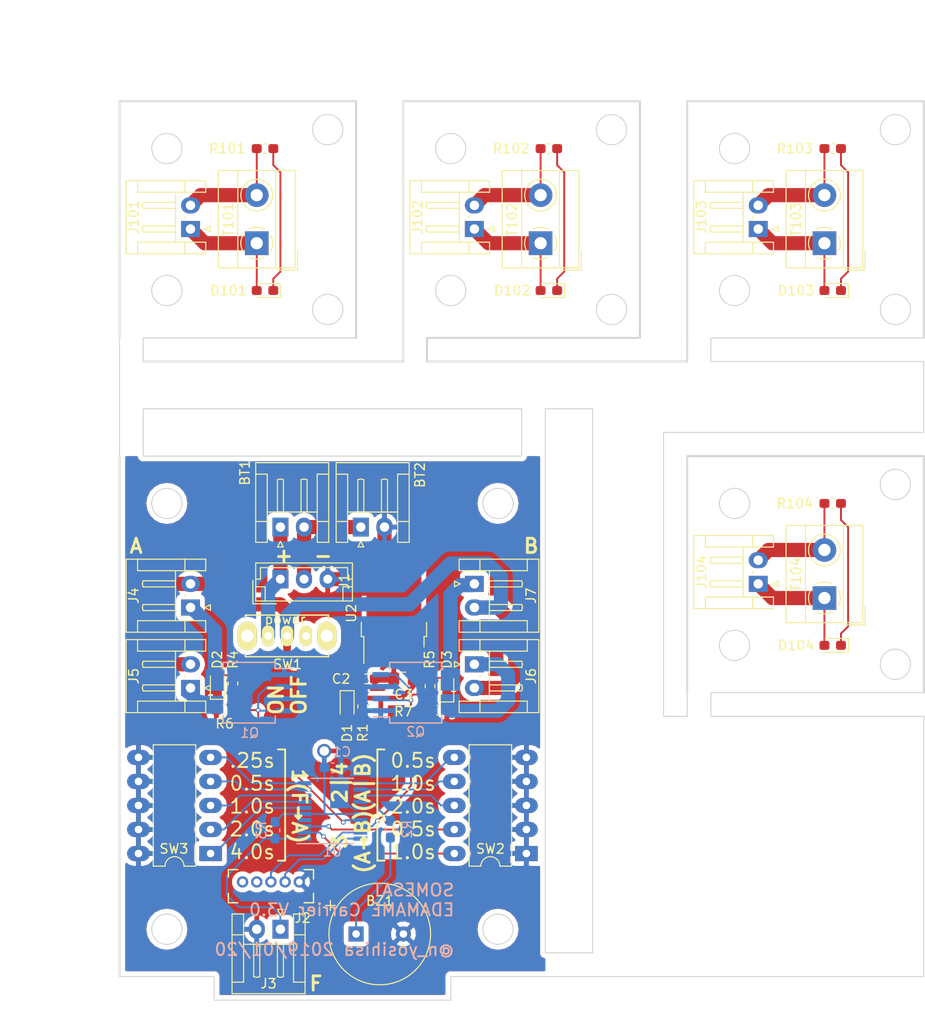
<source format=kicad_pcb>
(kicad_pcb (version 20171130) (host pcbnew "(5.0.0)")
  (layers (0 F.Cu signal) (31 B.Cu signal) (36 B.SilkS user) (37 F.SilkS user) (38 B.Mask user) (39 F.Mask user) (44 Edge.Cuts user))
  (net 0 "")
  (net 1 /SWCLK)
  (net 2 /SWDIO)
  (net 3 GND)
  (net 4 +3V3)
  (net 5 +BATT)
  (net 6 "Net-(D1-Pad2)")
  (net 7 "Net-(BT1-Pad1)")
  (net 8 "Net-(D3-Pad2)")
  (net 9 "Net-(D2-Pad2)")
  (net 10 /PWM1)
  (net 11 /PWM0)
  (net 12 "Net-(BZ1-Pad1)")
  (net 13 /Buzzer)
  (net 14 /Flight_SW)
  (net 15 /Delay2_1s)
  (net 16 /Delay2_0.5s)
  (net 17 "Net-(U1-Pad4)")
  (net 18 /Delay0_4s)
  (net 19 /Delay0_2s)
  (net 20 /Delay0_1s)
  (net 21 /Delay0_0.5s)
  (net 22 /Delay0_0.25s)
  (net 23 /Delay1_0.5s)
  (net 24 /Delay1_1s)
  (net 25 /Delay1_2s)
  (net 26 "Net-(J4-Pad1)")
  (net 27 "Net-(J5-Pad1)")
  (net 28 "Net-(J6-Pad1)")
  (net 29 "Net-(BT1-Pad2)")
  (net 30 "Net-(D104-Pad2)")
  (net 31 "Net-(J104-Pad2)")
  (net 32 "Net-(J103-Pad2)")
  (net 33 "Net-(D103-Pad2)")
  (net 34 "Net-(D102-Pad2)")
  (net 35 "Net-(J102-Pad2)")
  (net 36 "Net-(J101-Pad2)")
  (net 37 "Net-(D101-Pad2)")
  (net 38 "Net-(D102-Pad1)")
  (net 39 "Net-(D104-Pad1)")
  (net 40 "Net-(D103-Pad1)")
  (net 41 "Net-(D101-Pad1)")
  (net 42 "Net-(J2-Pad1)")
  (net 43 "Net-(J2-Pad2)")
  (net 44 "Net-(J7-Pad1)")
  (module LED_SMD:LED_0603_1608Metric_Pad1.05x0.95mm_HandSolder (layer F.Cu) (at 127.875 104 180)
    (fp_text reference D104 (at 3.875 0 180) (layer F.SilkS))
    (fp_text value LED_Small)
    (pad 2 smd roundrect (at 0.875 0 180) (size 1.05 0.95) (layers F.Cu F.Paste F.Mask) (net 30 "Net-(D104-Pad2)"))
    (pad 1 smd roundrect (at -0.875 0 180) (size 1.05 0.95) (layers F.Cu F.Paste F.Mask) (net 39 "Net-(D104-Pad1)"))
  )
  (module Connector_JST:JST_EH_S02B-EH_1x02_P2.50mm_Horizontal (layer F.Cu) (at 120 97.5 90)
    (fp_text reference J104 (at 1.25 -6 90) (layer F.SilkS))
    (fp_text value Nichrome4)
    (pad 1 thru_hole rect (at 0 0 90) (size 1.7 2) (drill 1) (layers *.Cu *.Mask) (net 30 "Net-(D104-Pad2)"))
    (pad 2 thru_hole oval (at 2.5 0 90) (size 1.7 2) (drill 1) (layers *.Cu *.Mask) (net 31 "Net-(J104-Pad2)"))
  )
  (module Resistor_SMD:R_0603_1608Metric_Pad1.05x0.95mm_HandSolder (layer F.Cu) (at 127.875 89)
    (fp_text reference R104 (at -4 0) (layer F.SilkS))
    (fp_text value 1k)
    (pad 2 smd roundrect (at 0.875 0) (size 1.05 0.95) (layers F.Cu F.Paste F.Mask) (net 39 "Net-(D104-Pad1)"))
    (pad 1 smd roundrect (at -0.875 0) (size 1.05 0.95) (layers F.Cu F.Paste F.Mask) (net 31 "Net-(J104-Pad2)"))
  )
  (module TerminalBlock_MetzConnect:TerminalBlock_MetzConnect_Type101_RT01602HBWC_1x02_P5.08mm_Horizontal (layer F.Cu) (at 127 99 90)
    (fp_text reference T104 (at 2.5 -3 90) (layer F.SilkS))
    (fp_text value Nichrome4)
    (pad 2 thru_hole circle (at 5.08 0 90) (size 2.5 2.5) (drill 1.3) (layers *.Cu *.Mask) (net 31 "Net-(J104-Pad2)"))
    (pad 1 thru_hole rect (at 0 0 90) (size 2.5 2.5) (drill 1.3) (layers *.Cu *.Mask) (net 30 "Net-(D104-Pad2)"))
  )
  (module Connector_JST:JST_EH_S02B-EH_1x02_P2.50mm_Horizontal (layer F.Cu) (at 120 60 90)
    (fp_text reference J103 (at 1.25 -6 90) (layer F.SilkS))
    (fp_text value Nichrome3)
    (pad 2 thru_hole oval (at 2.5 0 90) (size 1.7 2) (drill 1) (layers *.Cu *.Mask) (net 32 "Net-(J103-Pad2)"))
    (pad 1 thru_hole rect (at 0 0 90) (size 1.7 2) (drill 1) (layers *.Cu *.Mask) (net 33 "Net-(D103-Pad2)"))
  )
  (module Resistor_SMD:R_0603_1608Metric_Pad1.05x0.95mm_HandSolder (layer F.Cu) (at 127.875 51.5)
    (fp_text reference R103 (at -4 0) (layer F.SilkS))
    (fp_text value 1k)
    (pad 1 smd roundrect (at -0.875 0) (size 1.05 0.95) (layers F.Cu F.Paste F.Mask) (net 32 "Net-(J103-Pad2)"))
    (pad 2 smd roundrect (at 0.875 0) (size 1.05 0.95) (layers F.Cu F.Paste F.Mask) (net 40 "Net-(D103-Pad1)"))
  )
  (module LED_SMD:LED_0603_1608Metric_Pad1.05x0.95mm_HandSolder (layer F.Cu) (at 127.875 66.5 180)
    (fp_text reference D103 (at 3.875 0 180) (layer F.SilkS))
    (fp_text value LED_Small)
    (pad 1 smd roundrect (at -0.875 0 180) (size 1.05 0.95) (layers F.Cu F.Paste F.Mask) (net 40 "Net-(D103-Pad1)"))
    (pad 2 smd roundrect (at 0.875 0 180) (size 1.05 0.95) (layers F.Cu F.Paste F.Mask) (net 33 "Net-(D103-Pad2)"))
  )
  (module TerminalBlock_MetzConnect:TerminalBlock_MetzConnect_Type101_RT01602HBWC_1x02_P5.08mm_Horizontal (layer F.Cu) (at 127 61.5 90)
    (fp_text reference T103 (at 2.5 -3 90) (layer F.SilkS))
    (fp_text value Nichrome3)
    (pad 1 thru_hole rect (at 0 0 90) (size 2.5 2.5) (drill 1.3) (layers *.Cu *.Mask) (net 33 "Net-(D103-Pad2)"))
    (pad 2 thru_hole circle (at 5.08 0 90) (size 2.5 2.5) (drill 1.3) (layers *.Cu *.Mask) (net 32 "Net-(J103-Pad2)"))
  )
  (module Connector_JST:JST_EH_S02B-EH_1x02_P2.50mm_Horizontal (layer F.Cu) (at 90 60 90)
    (fp_text reference J102 (at 1.25 -6 90) (layer F.SilkS))
    (fp_text value Nichrome2)
    (pad 2 thru_hole oval (at 2.5 0 90) (size 1.7 2) (drill 1) (layers *.Cu *.Mask) (net 35 "Net-(J102-Pad2)"))
    (pad 1 thru_hole rect (at 0 0 90) (size 1.7 2) (drill 1) (layers *.Cu *.Mask) (net 34 "Net-(D102-Pad2)"))
  )
  (module Resistor_SMD:R_0603_1608Metric_Pad1.05x0.95mm_HandSolder (layer F.Cu) (at 97.875 51.5)
    (fp_text reference R102 (at -4 0) (layer F.SilkS))
    (fp_text value 1k)
    (pad 1 smd roundrect (at -0.875 0) (size 1.05 0.95) (layers F.Cu F.Paste F.Mask) (net 35 "Net-(J102-Pad2)"))
    (pad 2 smd roundrect (at 0.875 0) (size 1.05 0.95) (layers F.Cu F.Paste F.Mask) (net 38 "Net-(D102-Pad1)"))
  )
  (module LED_SMD:LED_0603_1608Metric_Pad1.05x0.95mm_HandSolder (layer F.Cu) (at 97.875 66.5 180)
    (fp_text reference D102 (at 3.875 0 180) (layer F.SilkS))
    (fp_text value LED_Small)
    (pad 1 smd roundrect (at -0.875 0 180) (size 1.05 0.95) (layers F.Cu F.Paste F.Mask) (net 38 "Net-(D102-Pad1)"))
    (pad 2 smd roundrect (at 0.875 0 180) (size 1.05 0.95) (layers F.Cu F.Paste F.Mask) (net 34 "Net-(D102-Pad2)"))
  )
  (module TerminalBlock_MetzConnect:TerminalBlock_MetzConnect_Type101_RT01602HBWC_1x02_P5.08mm_Horizontal (layer F.Cu) (at 97 61.5 90)
    (fp_text reference T102 (at 2.5 -3 90) (layer F.SilkS))
    (fp_text value Nichrome2)
    (pad 1 thru_hole rect (at 0 0 90) (size 2.5 2.5) (drill 1.3) (layers *.Cu *.Mask) (net 34 "Net-(D102-Pad2)"))
    (pad 2 thru_hole circle (at 5.08 0 90) (size 2.5 2.5) (drill 1.3) (layers *.Cu *.Mask) (net 35 "Net-(J102-Pad2)"))
  )
  (module Connector_JST:JST_EH_S02B-EH_1x02_P2.50mm_Horizontal (layer F.Cu) (at 60 60 90)
    (fp_text reference J101 (at 1.25 -6 90) (layer F.SilkS))
    (fp_text value Nichrome1)
    (pad 1 thru_hole rect (at 0 0 90) (size 1.7 2) (drill 1) (layers *.Cu *.Mask) (net 37 "Net-(D101-Pad2)"))
    (pad 2 thru_hole oval (at 2.5 0 90) (size 1.7 2) (drill 1) (layers *.Cu *.Mask) (net 36 "Net-(J101-Pad2)"))
  )
  (module LED_SMD:LED_0603_1608Metric_Pad1.05x0.95mm_HandSolder (layer F.Cu) (at 67.875 66.5 180)
    (fp_text reference D101 (at 3.875 0 180) (layer F.SilkS))
    (fp_text value LED_Small)
    (pad 2 smd roundrect (at 0.875 0 180) (size 1.05 0.95) (layers F.Cu F.Paste F.Mask) (net 37 "Net-(D101-Pad2)"))
    (pad 1 smd roundrect (at -0.875 0 180) (size 1.05 0.95) (layers F.Cu F.Paste F.Mask) (net 41 "Net-(D101-Pad1)"))
  )
  (module Resistor_SMD:R_0603_1608Metric_Pad1.05x0.95mm_HandSolder (layer F.Cu) (at 67.875 51.5)
    (fp_text reference R101 (at -4 0) (layer F.SilkS))
    (fp_text value 1k)
    (pad 2 smd roundrect (at 0.875 0) (size 1.05 0.95) (layers F.Cu F.Paste F.Mask) (net 41 "Net-(D101-Pad1)"))
    (pad 1 smd roundrect (at -0.875 0) (size 1.05 0.95) (layers F.Cu F.Paste F.Mask) (net 36 "Net-(J101-Pad2)"))
  )
  (module TerminalBlock_MetzConnect:TerminalBlock_MetzConnect_Type101_RT01602HBWC_1x02_P5.08mm_Horizontal (layer F.Cu) (at 67 61.5 90)
    (fp_text reference T101 (at 2.5 -3 90) (layer F.SilkS))
    (fp_text value Nichrome1)
    (pad 2 thru_hole circle (at 5.08 0 90) (size 2.5 2.5) (drill 1.3) (layers *.Cu *.Mask) (net 36 "Net-(J101-Pad2)"))
    (pad 1 thru_hole rect (at 0 0 90) (size 2.5 2.5) (drill 1.3) (layers *.Cu *.Mask) (net 37 "Net-(D101-Pad2)"))
  )
  (module Resistor_SMD:R_0603_1608Metric_Pad1.05x0.95mm_HandSolder (layer B.Cu) (at 68.93 123.544 270)
    (fp_text reference R3 (at 0 1.43 270) (layer B.SilkS) (effects (justify mirror)))
    (fp_text value 1k)
    (pad 1 smd roundrect (at -0.875 0 270) (size 1.05 0.95) (layers B.Cu B.Paste B.Mask) (net 4 +3V3))
    (pad 2 smd roundrect (at 0.875 0 270) (size 1.05 0.95) (layers B.Cu B.Paste B.Mask) (net 14 /Flight_SW))
  )
  (module Capacitor_SMD:C_0603_1608Metric_Pad1.05x0.95mm_HandSolder (layer B.Cu) (at 75.026 116.94)
    (fp_text reference C1 (at 0.974 -1.69) (layer B.SilkS) (effects (justify mirror)))
    (fp_text value 0.1u)
    (pad 1 smd roundrect (at -0.875 0) (size 1.05 0.95) (layers B.Cu B.Paste B.Mask) (net 4 +3V3))
    (pad 2 smd roundrect (at 0.875 0) (size 1.05 0.95) (layers B.Cu B.Paste B.Mask) (net 3 GND))
  )
  (module user:STlink (layer F.Cu) (at 65.5 129)
    (fp_text reference J2 (at 6.35 3.81) (layer F.SilkS))
    (fp_text value Debug)
    (pad 1 thru_hole circle (at 0 0) (size 1.2 1.2) (drill 0.7) (layers *.Cu *.Mask) (net 42 "Net-(J2-Pad1)"))
    (pad 2 thru_hole circle (at 1.5 0) (size 1.2 1.2) (drill 0.7) (layers *.Cu *.Mask) (net 43 "Net-(J2-Pad2)"))
    (pad 3 thru_hole circle (at 3 0) (size 1.2 1.2) (drill 0.7) (layers *.Cu *.Mask) (net 1 /SWCLK))
    (pad 4 thru_hole circle (at 4.5 0) (size 1.2 1.2) (drill 0.7) (layers *.Cu *.Mask) (net 2 /SWDIO))
    (pad 5 thru_hole circle (at 6 0) (size 1.2 1.2) (drill 0.7) (layers *.Cu *.Mask) (net 3 GND))
  )
  (module Capacitor_SMD:C_0603_1608Metric_Pad1.05x0.95mm_HandSolder (layer F.Cu) (at 78.596 107.542)
    (fp_text reference C2 (at -2.681 0) (layer F.SilkS))
    (fp_text value 0.1u)
    (pad 1 smd roundrect (at -0.875 0) (size 1.05 0.95) (layers F.Cu F.Paste F.Mask) (net 5 +BATT))
    (pad 2 smd roundrect (at 0.875 0) (size 1.05 0.95) (layers F.Cu F.Paste F.Mask) (net 3 GND))
  )
  (module Capacitor_SMD:C_0805_2012Metric_Pad1.15x1.40mm_HandSolder (layer F.Cu) (at 82.51 107.542 180)
    (fp_text reference C3 (at -0.009 -1.651 180) (layer F.SilkS))
    (fp_text value 10u)
    (pad 1 smd roundrect (at -1.025 0 180) (size 1.15 1.4) (layers F.Cu F.Paste F.Mask) (roundrect_rratio 0.217391) (net 4 +3V3))
    (pad 2 smd roundrect (at 1.025 0 180) (size 1.15 1.4) (layers F.Cu F.Paste F.Mask) (roundrect_rratio 0.217391) (net 3 GND))
  )
  (module Capacitor_THT:CP_Radial_Tantal_D10.5mm_P5.00mm (layer F.Cu) (at 77.5 134.5)
    (fp_text reference BZ1 (at 2.5 -3.5) (layer F.SilkS))
    (fp_text value Buzzer)
    (pad 2 thru_hole circle (at 5 0) (size 1.6 1.6) (drill 0.8) (layers *.Cu *.Mask) (net 3 GND))
    (pad 1 thru_hole rect (at 0 0) (size 1.6 1.6) (drill 0.8) (layers *.Cu *.Mask) (net 12 "Net-(BZ1-Pad1)"))
  )
  (module Connector_JST:JST_EH_B03B-EH-A_1x03_P2.50mm_Vertical (layer F.Cu) (at 69.5 97)
    (fp_text reference J1 (at 6.75 0.25 90) (layer F.SilkS))
    (fp_text value Charge)
    (pad 1 thru_hole rect (at 0 0) (size 1.7 1.95) (drill 0.95) (layers *.Cu *.Mask) (net 7 "Net-(BT1-Pad1)"))
    (pad 2 thru_hole oval (at 2.5 0) (size 1.7 1.95) (drill 0.95) (layers *.Cu *.Mask) (net 29 "Net-(BT1-Pad2)"))
    (pad 3 thru_hole oval (at 5 0) (size 1.7 1.95) (drill 0.95) (layers *.Cu *.Mask) (net 3 GND))
  )
  (module Connector_JST:JST_EH_S02B-EH_1x02_P2.50mm_Horizontal (layer F.Cu) (at 90 106 270)
    (fp_text reference J6 (at 1.25 -6 270) (layer F.SilkS))
    (fp_text value Nichrome3)
    (pad 2 thru_hole oval (at 2.5 0 270) (size 1.7 2) (drill 1) (layers *.Cu *.Mask) (net 5 +BATT))
    (pad 1 thru_hole rect (at 0 0 270) (size 1.7 2) (drill 1) (layers *.Cu *.Mask) (net 28 "Net-(J6-Pad1)"))
  )
  (module Connector_JST:JST_EH_S02B-EH_1x02_P2.50mm_Horizontal (layer F.Cu) (at 78 91.5)
    (fp_text reference BT2 (at 6.25 -5.5 90) (layer F.SilkS))
    (fp_text value Li-Po)
    (pad 2 thru_hole oval (at 2.5 0) (size 1.7 2) (drill 1) (layers *.Cu *.Mask) (net 3 GND))
    (pad 1 thru_hole rect (at 0 0) (size 1.7 2) (drill 1) (layers *.Cu *.Mask) (net 29 "Net-(BT1-Pad2)"))
  )
  (module Connector_JST:JST_EH_S02B-EH_1x02_P2.50mm_Horizontal (layer F.Cu) (at 69.5 134 180)
    (fp_text reference J3 (at 1.25 -5.75 180) (layer F.SilkS))
    (fp_text value flightpin)
    (pad 1 thru_hole rect (at 0 0 180) (size 1.7 2) (drill 1) (layers *.Cu *.Mask) (net 14 /Flight_SW))
    (pad 2 thru_hole oval (at 2.5 0 180) (size 1.7 2) (drill 1) (layers *.Cu *.Mask) (net 3 GND))
  )
  (module Connector_JST:JST_EH_S02B-EH_1x02_P2.50mm_Horizontal (layer F.Cu) (at 60 100 90)
    (fp_text reference J4 (at 1.25 -6 90) (layer F.SilkS))
    (fp_text value Nichrome1)
    (pad 2 thru_hole oval (at 2.5 0 90) (size 1.7 2) (drill 1) (layers *.Cu *.Mask) (net 5 +BATT))
    (pad 1 thru_hole rect (at 0 0 90) (size 1.7 2) (drill 1) (layers *.Cu *.Mask) (net 26 "Net-(J4-Pad1)"))
  )
  (module Connector_JST:JST_EH_S02B-EH_1x02_P2.50mm_Horizontal (layer F.Cu) (at 60 108.5 90)
    (fp_text reference J5 (at 1.25 -6 90) (layer F.SilkS))
    (fp_text value Nichrome2)
    (pad 1 thru_hole rect (at 0 0 90) (size 1.7 2) (drill 1) (layers *.Cu *.Mask) (net 27 "Net-(J5-Pad1)"))
    (pad 2 thru_hole oval (at 2.5 0 90) (size 1.7 2) (drill 1) (layers *.Cu *.Mask) (net 5 +BATT))
  )
  (module Connector_JST:JST_EH_S02B-EH_1x02_P2.50mm_Horizontal (layer F.Cu) (at 90 97.5 270)
    (fp_text reference J7 (at 1.25 -6 270) (layer F.SilkS))
    (fp_text value Nichrome4)
    (pad 1 thru_hole rect (at 0 0 270) (size 1.7 2) (drill 1) (layers *.Cu *.Mask) (net 44 "Net-(J7-Pad1)"))
    (pad 2 thru_hole oval (at 2.5 0 270) (size 1.7 2) (drill 1) (layers *.Cu *.Mask) (net 5 +BATT))
  )
  (module Connector_JST:JST_EH_S02B-EH_1x02_P2.50mm_Horizontal (layer F.Cu) (at 69.5 91.5)
    (fp_text reference BT1 (at -3.75 -5.75 90) (layer F.SilkS))
    (fp_text value Li-Po)
    (pad 1 thru_hole rect (at 0 0) (size 1.7 2) (drill 1) (layers *.Cu *.Mask) (net 7 "Net-(BT1-Pad1)"))
    (pad 2 thru_hole oval (at 2.5 0) (size 1.7 2) (drill 1) (layers *.Cu *.Mask) (net 29 "Net-(BT1-Pad2)"))
  )
  (module LED_SMD:LED_0603_1608Metric_Pad1.05x0.95mm_HandSolder (layer F.Cu) (at 76.55 110.449 270)
    (fp_text reference D1 (at 2.808 0 270) (layer F.SilkS))
    (fp_text value LED_Small)
    (pad 2 smd roundrect (at 0.875 0 270) (size 1.05 0.95) (layers F.Cu F.Paste F.Mask) (net 6 "Net-(D1-Pad2)"))
    (pad 1 smd roundrect (at -0.875 0 270) (size 1.05 0.95) (layers F.Cu F.Paste F.Mask) (net 3 GND))
  )
  (module LED_SMD:LED_0603_1608Metric_Pad1.05x0.95mm_HandSolder (layer F.Cu) (at 62.834 108.036 90)
    (fp_text reference D2 (at 2.526 0 90) (layer F.SilkS))
    (fp_text value LED_Small)
    (pad 1 smd roundrect (at -0.875 0 90) (size 1.05 0.95) (layers F.Cu F.Paste F.Mask) (net 3 GND))
    (pad 2 smd roundrect (at 0.875 0 90) (size 1.05 0.95) (layers F.Cu F.Paste F.Mask) (net 9 "Net-(D2-Pad2)"))
  )
  (module LED_SMD:LED_0603_1608Metric_Pad1.05x0.95mm_HandSolder (layer F.Cu) (at 87.091 108.318 90)
    (fp_text reference D3 (at 2.818 0 90) (layer F.SilkS))
    (fp_text value LED_Small)
    (pad 1 smd roundrect (at -0.875 0 90) (size 1.05 0.95) (layers F.Cu F.Paste F.Mask) (net 3 GND))
    (pad 2 smd roundrect (at 0.875 0 90) (size 1.05 0.95) (layers F.Cu F.Paste F.Mask) (net 8 "Net-(D3-Pad2)"))
  )
  (module Package_DIP:DIP-10_W7.62mm_LongPads (layer F.Cu) (at 62.12 126 180)
    (fp_text reference SW3 (at 3.87 0.5 180) (layer F.SilkS))
    (fp_text value Delay_0)
    (pad 10 thru_hole oval (at 7.62 0 180) (size 2.4 1.6) (drill 0.8) (layers *.Cu *.Mask) (net 3 GND))
    (pad 5 thru_hole oval (at 0 10.16 180) (size 2.4 1.6) (drill 0.8) (layers *.Cu *.Mask) (net 22 /Delay0_0.25s))
    (pad 9 thru_hole oval (at 7.62 2.54 180) (size 2.4 1.6) (drill 0.8) (layers *.Cu *.Mask) (net 3 GND))
    (pad 4 thru_hole oval (at 0 7.62 180) (size 2.4 1.6) (drill 0.8) (layers *.Cu *.Mask) (net 21 /Delay0_0.5s))
    (pad 8 thru_hole oval (at 7.62 5.08 180) (size 2.4 1.6) (drill 0.8) (layers *.Cu *.Mask) (net 3 GND))
    (pad 3 thru_hole oval (at 0 5.08 180) (size 2.4 1.6) (drill 0.8) (layers *.Cu *.Mask) (net 20 /Delay0_1s))
    (pad 7 thru_hole oval (at 7.62 7.62 180) (size 2.4 1.6) (drill 0.8) (layers *.Cu *.Mask) (net 3 GND))
    (pad 2 thru_hole oval (at 0 2.54 180) (size 2.4 1.6) (drill 0.8) (layers *.Cu *.Mask) (net 19 /Delay0_2s))
    (pad 6 thru_hole oval (at 7.62 10.16 180) (size 2.4 1.6) (drill 0.8) (layers *.Cu *.Mask) (net 3 GND))
    (pad 1 thru_hole rect (at 0 0 180) (size 2.4 1.6) (drill 0.8) (layers *.Cu *.Mask) (net 18 /Delay0_4s))
  )
  (module Package_DIP:DIP-10_W7.62mm_LongPads (layer F.Cu) (at 95.5 126 180)
    (fp_text reference SW2 (at 3.81 0.5 180) (layer F.SilkS))
    (fp_text value Delay_0)
    (pad 1 thru_hole rect (at 0 0 180) (size 2.4 1.6) (drill 0.8) (layers *.Cu *.Mask) (net 3 GND))
    (pad 6 thru_hole oval (at 7.62 10.16 180) (size 2.4 1.6) (drill 0.8) (layers *.Cu *.Mask) (net 23 /Delay1_0.5s))
    (pad 2 thru_hole oval (at 0 2.54 180) (size 2.4 1.6) (drill 0.8) (layers *.Cu *.Mask) (net 3 GND))
    (pad 7 thru_hole oval (at 7.62 7.62 180) (size 2.4 1.6) (drill 0.8) (layers *.Cu *.Mask) (net 24 /Delay1_1s))
    (pad 3 thru_hole oval (at 0 5.08 180) (size 2.4 1.6) (drill 0.8) (layers *.Cu *.Mask) (net 3 GND))
    (pad 8 thru_hole oval (at 7.62 5.08 180) (size 2.4 1.6) (drill 0.8) (layers *.Cu *.Mask) (net 25 /Delay1_2s))
    (pad 4 thru_hole oval (at 0 7.62 180) (size 2.4 1.6) (drill 0.8) (layers *.Cu *.Mask) (net 3 GND))
    (pad 9 thru_hole oval (at 7.62 2.54 180) (size 2.4 1.6) (drill 0.8) (layers *.Cu *.Mask) (net 16 /Delay2_0.5s))
    (pad 5 thru_hole oval (at 0 10.16 180) (size 2.4 1.6) (drill 0.8) (layers *.Cu *.Mask) (net 3 GND))
    (pad 10 thru_hole oval (at 7.62 0 180) (size 2.4 1.6) (drill 0.8) (layers *.Cu *.Mask) (net 15 /Delay2_1s))
  )
  (module Package_SO:SO-8_5.3x6.2mm_P1.27mm (layer B.Cu) (at 83.8 109)
    (fp_text reference Q2 (at 0 4.13) (layer B.SilkS) (effects (justify mirror)))
    (fp_text value NDS9936)
    (pad 8 smd rect (at 3.7 1.905) (size 1.75 0.55) (layers B.Cu B.Paste B.Mask) (net 28 "Net-(J6-Pad1)"))
    (pad 7 smd rect (at 3.7 0.635) (size 1.75 0.55) (layers B.Cu B.Paste B.Mask) (net 28 "Net-(J6-Pad1)"))
    (pad 6 smd rect (at 3.7 -0.635) (size 1.75 0.55) (layers B.Cu B.Paste B.Mask) (net 44 "Net-(J7-Pad1)"))
    (pad 5 smd rect (at 3.7 -1.905) (size 1.75 0.55) (layers B.Cu B.Paste B.Mask) (net 44 "Net-(J7-Pad1)"))
    (pad 4 smd rect (at -3.7 -1.905) (size 1.75 0.55) (layers B.Cu B.Paste B.Mask) (net 10 /PWM1))
    (pad 3 smd rect (at -3.7 -0.635) (size 1.75 0.55) (layers B.Cu B.Paste B.Mask) (net 3 GND))
    (pad 2 smd rect (at -3.7 0.635) (size 1.75 0.55) (layers B.Cu B.Paste B.Mask) (net 10 /PWM1))
    (pad 1 smd rect (at -3.7 1.905) (size 1.75 0.55) (layers B.Cu B.Paste B.Mask) (net 3 GND))
  )
  (module Package_SO:SO-8_5.3x6.2mm_P1.27mm (layer B.Cu) (at 66.2 109 180)
    (fp_text reference Q1 (at -0.05 -4.25 180) (layer B.SilkS) (effects (justify mirror)))
    (fp_text value NDS9936)
    (pad 1 smd rect (at -3.7 1.905 180) (size 1.75 0.55) (layers B.Cu B.Paste B.Mask) (net 3 GND))
    (pad 2 smd rect (at -3.7 0.635 180) (size 1.75 0.55) (layers B.Cu B.Paste B.Mask) (net 11 /PWM0))
    (pad 3 smd rect (at -3.7 -0.635 180) (size 1.75 0.55) (layers B.Cu B.Paste B.Mask) (net 3 GND))
    (pad 4 smd rect (at -3.7 -1.905 180) (size 1.75 0.55) (layers B.Cu B.Paste B.Mask) (net 11 /PWM0))
    (pad 5 smd rect (at 3.7 -1.905 180) (size 1.75 0.55) (layers B.Cu B.Paste B.Mask) (net 27 "Net-(J5-Pad1)"))
    (pad 6 smd rect (at 3.7 -0.635 180) (size 1.75 0.55) (layers B.Cu B.Paste B.Mask) (net 27 "Net-(J5-Pad1)"))
    (pad 7 smd rect (at 3.7 0.635 180) (size 1.75 0.55) (layers B.Cu B.Paste B.Mask) (net 26 "Net-(J4-Pad1)"))
    (pad 8 smd rect (at 3.7 1.905 180) (size 1.75 0.55) (layers B.Cu B.Paste B.Mask) (net 26 "Net-(J4-Pad1)"))
  )
  (module Package_SO:TSSOP-20_4.4x6.5mm_P0.65mm (layer B.Cu) (at 75 121.5)
    (fp_text reference U1 (at 0 4.3) (layer B.SilkS) (effects (justify mirror)))
    (fp_text value STM32F042F6Px)
    (pad 1 smd rect (at -2.95 2.925) (size 1.45 0.45) (layers B.Cu B.Paste B.Mask) (net 14 /Flight_SW))
    (pad 2 smd rect (at -2.95 2.275) (size 1.45 0.45) (layers B.Cu B.Paste B.Mask) (net 15 /Delay2_1s))
    (pad 3 smd rect (at -2.95 1.625) (size 1.45 0.45) (layers B.Cu B.Paste B.Mask) (net 16 /Delay2_0.5s))
    (pad 4 smd rect (at -2.95 0.975) (size 1.45 0.45) (layers B.Cu B.Paste B.Mask) (net 17 "Net-(U1-Pad4)"))
    (pad 5 smd rect (at -2.95 0.325) (size 1.45 0.45) (layers B.Cu B.Paste B.Mask) (net 4 +3V3))
    (pad 6 smd rect (at -2.95 -0.325) (size 1.45 0.45) (layers B.Cu B.Paste B.Mask) (net 18 /Delay0_4s))
    (pad 7 smd rect (at -2.95 -0.975) (size 1.45 0.45) (layers B.Cu B.Paste B.Mask) (net 19 /Delay0_2s))
    (pad 8 smd rect (at -2.95 -1.625) (size 1.45 0.45) (layers B.Cu B.Paste B.Mask) (net 20 /Delay0_1s))
    (pad 9 smd rect (at -2.95 -2.275) (size 1.45 0.45) (layers B.Cu B.Paste B.Mask) (net 21 /Delay0_0.5s))
    (pad 10 smd rect (at -2.95 -2.925) (size 1.45 0.45) (layers B.Cu B.Paste B.Mask) (net 22 /Delay0_0.25s))
    (pad 11 smd rect (at 2.95 -2.925) (size 1.45 0.45) (layers B.Cu B.Paste B.Mask) (net 23 /Delay1_0.5s))
    (pad 12 smd rect (at 2.95 -2.275) (size 1.45 0.45) (layers B.Cu B.Paste B.Mask) (net 24 /Delay1_1s))
    (pad 13 smd rect (at 2.95 -1.625) (size 1.45 0.45) (layers B.Cu B.Paste B.Mask) (net 25 /Delay1_2s))
    (pad 14 smd rect (at 2.95 -0.975) (size 1.45 0.45) (layers B.Cu B.Paste B.Mask) (net 13 /Buzzer))
    (pad 15 smd rect (at 2.95 -0.325) (size 1.45 0.45) (layers B.Cu B.Paste B.Mask) (net 3 GND))
    (pad 16 smd rect (at 2.95 0.325) (size 1.45 0.45) (layers B.Cu B.Paste B.Mask) (net 4 +3V3))
    (pad 17 smd rect (at 2.95 0.975) (size 1.45 0.45) (layers B.Cu B.Paste B.Mask) (net 11 /PWM0))
    (pad 18 smd rect (at 2.95 1.625) (size 1.45 0.45) (layers B.Cu B.Paste B.Mask) (net 10 /PWM1))
    (pad 19 smd rect (at 2.95 2.275) (size 1.45 0.45) (layers B.Cu B.Paste B.Mask) (net 1 /SWCLK))
    (pad 20 smd rect (at 2.95 2.925) (size 1.45 0.45) (layers B.Cu B.Paste B.Mask) (net 2 /SWDIO))
  )
  (module Package_TO_SOT_SMD:TO-252-2 (layer F.Cu) (at 81.5 100.6 90)
    (fp_text reference U2 (at 0 -4.5 90) (layer F.SilkS))
    (fp_text value NJM2391DL1-33)
    (pad 1 smd rect (at -4.2 -2.28 90) (size 2.2 1.2) (layers F.Cu F.Paste F.Mask) (net 5 +BATT))
    (pad 3 smd rect (at -4.2 2.28 90) (size 2.2 1.2) (layers F.Cu F.Paste F.Mask) (net 4 +3V3))
    (pad 2 smd rect (at 2.1 0 90) (size 6.4 5.8) (layers F.Cu F.Mask) (net 3 GND))
  )
  (module Resistor_SMD:R_0603_1608Metric_Pad1.05x0.95mm_HandSolder (layer F.Cu) (at 78.201 110.449 270)
    (fp_text reference R1 (at 2.794 0 270) (layer F.SilkS))
    (fp_text value 1k)
    (pad 2 smd roundrect (at 0.875 0 270) (size 1.05 0.95) (layers F.Cu F.Paste F.Mask) (net 6 "Net-(D1-Pad2)"))
    (pad 1 smd roundrect (at -0.875 0 270) (size 1.05 0.95) (layers F.Cu F.Paste F.Mask) (net 4 +3V3))
  )
  (module Resistor_SMD:R_0603_1608Metric_Pad1.05x0.95mm_HandSolder (layer F.Cu) (at 85.313 108.318 90)
    (fp_text reference R5 (at 2.818 -0.063 90) (layer F.SilkS))
    (fp_text value 1k)
    (pad 1 smd roundrect (at -0.875 0 90) (size 1.05 0.95) (layers F.Cu F.Paste F.Mask) (net 10 /PWM1))
    (pad 2 smd roundrect (at 0.875 0 90) (size 1.05 0.95) (layers F.Cu F.Paste F.Mask) (net 8 "Net-(D3-Pad2)"))
  )
  (module Resistor_SMD:R_0603_1608Metric_Pad1.05x0.95mm_HandSolder (layer B.Cu) (at 81.122 123.431 270)
    (fp_text reference R2 (at 0 -1.778 270) (layer B.SilkS) (effects (justify mirror)))
    (fp_text value 1k)
    (pad 2 smd roundrect (at 0.875 0 270) (size 1.05 0.95) (layers B.Cu B.Paste B.Mask) (net 12 "Net-(BZ1-Pad1)"))
    (pad 1 smd roundrect (at -0.875 0 270) (size 1.05 0.95) (layers B.Cu B.Paste B.Mask) (net 13 /Buzzer))
  )
  (module Resistor_SMD:R_0603_1608Metric_Pad1.05x0.95mm_HandSolder (layer F.Cu) (at 63.61 110.844 180)
    (fp_text reference R6 (at 0 -1.43 180) (layer F.SilkS))
    (fp_text value 1k)
    (pad 1 smd roundrect (at -0.875 0 180) (size 1.05 0.95) (layers F.Cu F.Paste F.Mask) (net 11 /PWM0))
    (pad 2 smd roundrect (at 0.875 0 180) (size 1.05 0.95) (layers F.Cu F.Paste F.Mask) (net 3 GND))
  )
  (module Resistor_SMD:R_0603_1608Metric_Pad1.05x0.95mm_HandSolder (layer F.Cu) (at 64.485 108.036 90)
    (fp_text reference R4 (at 2.526 0 90) (layer F.SilkS))
    (fp_text value 1k)
    (pad 2 smd roundrect (at 0.875 0 90) (size 1.05 0.95) (layers F.Cu F.Paste F.Mask) (net 9 "Net-(D2-Pad2)"))
    (pad 1 smd roundrect (at -0.875 0 90) (size 1.05 0.95) (layers F.Cu F.Paste F.Mask) (net 11 /PWM0))
  )
  (module Resistor_SMD:R_0603_1608Metric_Pad1.05x0.95mm_HandSolder (layer F.Cu) (at 86.216 110.844)
    (fp_text reference R7 (at -3.716 0.156) (layer F.SilkS))
    (fp_text value 1k)
    (pad 1 smd roundrect (at -0.875 0) (size 1.05 0.95) (layers F.Cu F.Paste F.Mask) (net 10 /PWM1))
    (pad 2 smd roundrect (at 0.875 0) (size 1.05 0.95) (layers F.Cu F.Paste F.Mask) (net 3 GND))
  )
  (module user:SS-12D01-VG4 (layer F.Cu) (at 70.2 103)
    (fp_text reference SW1 (at 0.05 3) (layer F.SilkS))
    (fp_text value power (at -0.2 -1.75 180) (layer F.SilkS))
    (pad "" thru_hole oval (at -4.2 0) (size 2 3) (drill 1.3) (layers *.Cu *.Mask F.SilkS))
    (pad "" thru_hole oval (at 4.2 0) (size 2 3) (drill 1.3) (layers *.Cu *.Mask F.SilkS))
    (pad 1 thru_hole oval (at -2 0) (size 1.3 2.2) (drill 0.8) (layers *.Cu *.Mask F.SilkS) (net 7 "Net-(BT1-Pad1)"))
    (pad 2 thru_hole oval (at 0 0) (size 1.3 2.2) (drill 0.8) (layers *.Cu *.Mask F.SilkS) (net 5 +BATT))
    (pad 3 thru_hole oval (at 2 0) (size 1.3 2.2) (drill 0.8) (layers *.Cu *.Mask F.SilkS))
  )
  (gr_text "SOMESAT\nEDAMAME Carrier V3.0\n\n@n_yosihisa 2019/01/20" (at 88 133) (layer B.SilkS) (effects (font (size 1.3 1.3) (thickness 0.2)) (justify left mirror)))
  (gr_text "+  -\n" (at 68.75 94.5) (layer F.SilkS) (effects (font (size 1.5 1.5) (thickness 0.3)) (justify left)))
  (gr_text F (at 73.25 139.75) (layer F.SilkS) (effects (font (size 1.5 1.5) (thickness 0.3))))
  (gr_text B (at 96 93.5) (layer F.SilkS) (effects (font (size 1.5 1.5) (thickness 0.3))))
  (gr_text A (at 54.25 93.5) (layer F.SilkS) (effects (font (size 1.5 1.5) (thickness 0.3))))
  (gr_text "3\n(A→B)" (at 77 124.75 90) (layer F.SilkS) (effects (font (size 1.5 1.5) (thickness 0.3))))
  (gr_text "2|4\n(A|B)" (at 77 118.5 90) (layer F.SilkS) (effects (font (size 1.5 1.5) (thickness 0.3))))
  (gr_text "1(F→A)" (at 71.5 121 270) (layer F.SilkS) (effects (font (size 1.5 1.5) (thickness 0.3))))
  (gr_line (start 79.75 126.75) (end 80.5 126.75) (layer F.SilkS) (width 0.2))
  (gr_line (start 79.75 122.5) (end 79.75 126.75) (layer F.SilkS) (width 0.2))
  (gr_line (start 80.5 122.5) (end 79.75 122.5) (layer F.SilkS) (width 0.2))
  (gr_line (start 79.75 122) (end 80.5 122) (layer F.SilkS) (width 0.2))
  (gr_line (start 79.75 115) (end 79.75 122) (layer F.SilkS) (width 0.2))
  (gr_line (start 80.5 115) (end 79.75 115) (layer F.SilkS) (width 0.2))
  (gr_line (start 70 126.75) (end 69.25 126.75) (layer F.SilkS) (width 0.2))
  (gr_line (start 70 115) (end 70 126.75) (layer F.SilkS) (width 0.2))
  (gr_line (start 69.25 115) (end 70 115) (layer F.SilkS) (width 0.2))
  (gr_text "0.5s\n1.0s\n2.0s\n0.5s\n1.0s" (at 81 121) (layer F.SilkS) (effects (font (size 1.5 1.5) (thickness 0.2)) (justify left)))
  (gr_text ".25s\n0.5s\n1.0s\n2.0s\n4.0s" (at 64 121) (layer F.SilkS) (effects (font (size 1.5 1.5) (thickness 0.2)) (justify left)))
  (gr_text "ON\nOFF" (at 70.25 111.5 90) (layer F.SilkS) (effects (font (size 1.5 1.5) (thickness 0.3)) (justify left)))
  (gr_line (start 55 71.5) (end 55 74) (layer Edge.Cuts) (width 0.1))
  (gr_line (start 77.5 71.5) (end 55 71.5) (layer Edge.Cuts) (width 0.1))
  (gr_line (start 137.5 74) (end 115 74) (layer Edge.Cuts) (width 0.1))
  (gr_line (start 137.5 81.5) (end 137.5 74) (layer Edge.Cuts) (width 0.1))
  (gr_line (start 110 81.5) (end 137.5 81.5) (layer Edge.Cuts) (width 0.1))
  (gr_line (start 110 111.5) (end 110 81.5) (layer Edge.Cuts) (width 0.1))
  (gr_line (start 112.5 111.5) (end 110 111.5) (layer Edge.Cuts) (width 0.1))
  (gr_line (start 112.5 109) (end 112.5 111.5) (layer Edge.Cuts) (width 0.1))
  (gr_line (start 55 79) (end 55 84) (layer Edge.Cuts) (width 0.1))
  (gr_line (start 95 79) (end 55 79) (layer Edge.Cuts) (width 0.1))
  (gr_line (start 95 79) (end 95 84) (layer Edge.Cuts) (width 0.1))
  (gr_line (start 97.5 79) (end 97.5 84) (layer Edge.Cuts) (width 0.1))
  (gr_line (start 102.5 79) (end 97.5 79) (layer Edge.Cuts) (width 0.1))
  (gr_line (start 102.5 84) (end 102.5 79) (layer Edge.Cuts) (width 0.1))
  (gr_line (start 102.5 136.5) (end 102.5 84) (layer Edge.Cuts) (width 0.1))
  (gr_line (start 97.5 136.5) (end 102.5 136.5) (layer Edge.Cuts) (width 0.1))
  (gr_line (start 97.5 84) (end 97.5 136.5) (layer Edge.Cuts) (width 0.1))
  (gr_line (start 137.5 139) (end 97.5 139) (layer Edge.Cuts) (width 0.1))
  (gr_line (start 137.5 111.5) (end 137.5 139) (layer Edge.Cuts) (width 0.1))
  (gr_line (start 115 111.5) (end 137.5 111.5) (layer Edge.Cuts) (width 0.1))
  (gr_line (start 115 109) (end 115 111.5) (layer Edge.Cuts) (width 0.1))
  (gr_line (start 115 109) (end 137.5 109) (layer Edge.Cuts) (width 0.1))
  (gr_line (start 55 84) (end 95 84) (layer Edge.Cuts) (width 0.1))
  (gr_line (start 52.5 71.5) (end 52.5 84) (layer Edge.Cuts) (width 0.1))
  (gr_line (start 115 71.5) (end 115 74) (layer Edge.Cuts) (width 0.1))
  (gr_line (start 137.5 71.5) (end 115 71.5) (layer Edge.Cuts) (width 0.1))
  (gr_line (start 112.5 74) (end 112.5 71.5) (layer Edge.Cuts) (width 0.2))
  (gr_line (start 85 74) (end 112.5 74) (layer Edge.Cuts) (width 0.2))
  (gr_line (start 85 71.5) (end 85 74) (layer Edge.Cuts) (width 0.2))
  (gr_line (start 107.5 71.5) (end 85 71.5) (layer Edge.Cuts) (width 0.2))
  (gr_line (start 82.5 74) (end 82.5 71.5) (layer Edge.Cuts) (width 0.2))
  (gr_line (start 55 74) (end 82.5 74) (layer Edge.Cuts) (width 0.2))
  (gr_circle (center 117.5 51.5) (end 119.1 51.5) (layer Edge.Cuts) (width 0.1))
  (gr_line (start 112.5 46.5) (end 112.5 71.5) (layer Edge.Cuts) (width 0.2))
  (gr_circle (center 134.5 87) (end 136.1 87) (layer Edge.Cuts) (width 0.1))
  (gr_circle (center 117.5 66.5) (end 119.1 66.5) (layer Edge.Cuts) (width 0.1))
  (gr_circle (center 134.5 68.5) (end 136.1 68.5) (layer Edge.Cuts) (width 0.1))
  (gr_circle (center 117.5 89) (end 119.1 89) (layer Edge.Cuts) (width 0.1))
  (gr_circle (center 117.5 104) (end 119.1 104) (layer Edge.Cuts) (width 0.1))
  (gr_line (start 137.5 84) (end 112.5 84) (layer Edge.Cuts) (width 0.2))
  (gr_line (start 137.5 46.5) (end 112.5 46.5) (layer Edge.Cuts) (width 0.2))
  (gr_line (start 137.5 109) (end 137.5 84) (layer Edge.Cuts) (width 0.2))
  (gr_line (start 137.5 71.5) (end 137.5 46.5) (layer Edge.Cuts) (width 0.2))
  (gr_line (start 112.5 84) (end 112.5 109) (layer Edge.Cuts) (width 0.2))
  (gr_circle (center 134.5 106) (end 136.1 106) (layer Edge.Cuts) (width 0.1))
  (gr_circle (center 134.5 49.5) (end 136.1 49.5) (layer Edge.Cuts) (width 0.1))
  (gr_circle (center 87.5 51.5) (end 89.1 51.5) (layer Edge.Cuts) (width 0.1))
  (gr_line (start 82.5 46.5) (end 82.5 71.5) (layer Edge.Cuts) (width 0.2))
  (gr_circle (center 87.5 66.5) (end 89.1 66.5) (layer Edge.Cuts) (width 0.1))
  (gr_circle (center 104.5 68.5) (end 106.1 68.5) (layer Edge.Cuts) (width 0.1))
  (gr_line (start 107.5 46.5) (end 82.5 46.5) (layer Edge.Cuts) (width 0.2))
  (gr_line (start 107.5 71.5) (end 107.5 46.5) (layer Edge.Cuts) (width 0.2))
  (gr_circle (center 104.5 49.5) (end 106.1 49.5) (layer Edge.Cuts) (width 0.1))
  (gr_circle (center 74.5 68.5) (end 76.1 68.5) (layer Edge.Cuts) (width 0.1))
  (gr_circle (center 74.5 49.5) (end 76.1 49.5) (layer Edge.Cuts) (width 0.1))
  (gr_line (start 77.5 46.5) (end 52.5 46.5) (layer Edge.Cuts) (width 0.2))
  (gr_line (start 77.5 71.5) (end 77.5 46.5) (layer Edge.Cuts) (width 0.2))
  (gr_line (start 52.5 46.5) (end 52.5 71.5) (layer Edge.Cuts) (width 0.2))
  (gr_circle (center 57.5 66.5) (end 59.1 66.5) (layer Edge.Cuts) (width 0.1))
  (gr_circle (center 57.5 51.5) (end 59.1 51.5) (layer Edge.Cuts) (width 0.1))
  (gr_line (start 87.5 139) (end 97.5 139) (layer Edge.Cuts) (width 0.1))
  (gr_line (start 87.5 141.5) (end 87.5 139) (layer Edge.Cuts) (width 0.1))
  (gr_line (start 62.5 141.5) (end 87.5 141.5) (layer Edge.Cuts) (width 0.1))
  (gr_line (start 62.5 139) (end 62.5 141.5) (layer Edge.Cuts) (width 0.1))
  (gr_line (start 52.5 139) (end 62.5 139) (layer Edge.Cuts) (width 0.1))
  (gr_line (start 52.5 84) (end 52.5 139) (layer Edge.Cuts) (width 0.2))
  (gr_circle (center 92.5 89) (end 94.1 89) (layer Edge.Cuts) (width 0.1))
  (gr_circle (center 57.5 89) (end 59.1 89) (layer Edge.Cuts) (width 0.1))
  (gr_circle (center 57.5 134) (end 59.1 134) (layer Edge.Cuts) (width 0.1))
  (gr_circle (center 92.5 134) (end 94.1 134) (layer Edge.Cuts) (width 0.1))
  (segment (start 77.95 123.775) (end 76.065 123.775) (width 0.2) (layer B.Cu) (net 1))
  (segment (start 73.65121 126.18879) (end 70.34921 126.18879) (width 0.2) (layer B.Cu) (net 1))
  (segment (start 76.065 123.775) (end 73.65121 126.18879) (width 0.2) (layer B.Cu) (net 1))
  (segment (start 68.5 128.038) (end 68.5 129) (width 0.2) (layer B.Cu) (net 1))
  (segment (start 70.34921 126.18879) (end 68.5 128.038) (width 0.2) (layer B.Cu) (net 1))
  (segment (start 70 128.151472) (end 71.559472 126.592) (width 0.2) (layer B.Cu) (net 2))
  (segment (start 70 129) (end 70 128.151472) (width 0.2) (layer B.Cu) (net 2))
  (segment (start 77.95 124.425) (end 76.177 124.425) (width 0.2) (layer B.Cu) (net 2))
  (segment (start 74.01 126.592) (end 71.559472 126.592) (width 0.2) (layer B.Cu) (net 2))
  (segment (start 76.177 124.425) (end 74.01 126.592) (width 0.2) (layer B.Cu) (net 2))
  (segment (start 62.834 110.745) (end 62.735 110.844) (width 0.2) (layer F.Cu) (net 3))
  (segment (start 62.834 108.911) (end 62.834 110.745) (width 0.2) (layer F.Cu) (net 3))
  (segment (start 87.091 109.193) (end 87.091 110.844) (width 0.2) (layer F.Cu) (net 3))
  (segment (start 80 97) (end 81.5 98.5) (width 1.5) (layer F.Cu) (net 3))
  (segment (start 74.5 97) (end 80 97) (width 1.5) (layer F.Cu) (net 3))
  (segment (start 80.5 97.5) (end 81.5 98.5) (width 1.5) (layer F.Cu) (net 3))
  (segment (start 80.5 91.5) (end 80.5 97.5) (width 1.5) (layer F.Cu) (net 3))
  (segment (start 81.485 107.542) (end 79.471 107.542) (width 0.8) (layer F.Cu) (net 3))
  (segment (start 75.901 117.515) (end 75.901 116.94) (width 0.2) (layer B.Cu) (net 3))
  (segment (start 75.901 120.051) (end 75.901 117.515) (width 0.2) (layer B.Cu) (net 3))
  (segment (start 77.025 121.175) (end 75.901 120.051) (width 0.2) (layer B.Cu) (net 3))
  (segment (start 77.95 121.175) (end 77.025 121.175) (width 0.2) (layer B.Cu) (net 3))
  (segment (start 67 134.15) (end 67.152 134.302) (width 0.2) (layer B.Cu) (net 3))
  (segment (start 67 134) (end 67 134.15) (width 0.2) (layer B.Cu) (net 3))
  (segment (start 83.535 105.045) (end 83.78 104.8) (width 0.8) (layer F.Cu) (net 4))
  (segment (start 83.535 107.542) (end 83.535 105.045) (width 0.8) (layer F.Cu) (net 4))
  (segment (start 72.05 121.825) (end 72.975 121.825) (width 0.2) (layer B.Cu) (net 4))
  (segment (start 74.151 121.712) (end 74.264 121.825) (width 0.2) (layer B.Cu) (net 4))
  (segment (start 74.151 116.94) (end 74.151 121.712) (width 0.2) (layer B.Cu) (net 4))
  (segment (start 72.975 121.825) (end 74.264 121.825) (width 0.2) (layer B.Cu) (net 4))
  (segment (start 74.264 121.825) (end 77.95 121.825) (width 0.2) (layer B.Cu) (net 4))
  (segment (start 69.774 121.825) (end 68.93 122.669) (width 0.2) (layer B.Cu) (net 4))
  (segment (start 72.05 121.825) (end 69.774 121.825) (width 0.2) (layer B.Cu) (net 4))
  (segment (start 78.776 109.574) (end 78.201 109.574) (width 0.5) (layer F.Cu) (net 4))
  (segment (start 83.535 108.342) (end 82.303 109.574) (width 0.5) (layer F.Cu) (net 4))
  (segment (start 83.535 107.542) (end 83.535 108.342) (width 0.5) (layer F.Cu) (net 4))
  (segment (start 80.106 109.574) (end 80.106 112.749) (width 0.5) (layer F.Cu) (net 4))
  (segment (start 80.106 109.574) (end 78.776 109.574) (width 0.5) (layer F.Cu) (net 4))
  (segment (start 82.303 109.574) (end 80.106 109.574) (width 0.5) (layer F.Cu) (net 4))
  (via (at 74.137 115.162) (size 1.5) (drill 1) (layers F.Cu B.Cu) (net 4))
  (segment (start 80.106 112.749) (end 77.693 115.162) (width 0.5) (layer F.Cu) (net 4))
  (segment (start 77.693 115.162) (end 74.137 115.162) (width 0.5) (layer F.Cu) (net 4))
  (segment (start 74.137 116.926) (end 74.151 116.94) (width 0.5) (layer B.Cu) (net 4))
  (segment (start 74.137 115.162) (end 74.137 116.926) (width 0.5) (layer B.Cu) (net 4))
  (segment (start 70.2 100.4) (end 69.468 99.668) (width 1.5) (layer F.Cu) (net 5))
  (segment (start 70.2 103) (end 70.2 100.4) (width 1.5) (layer F.Cu) (net 5))
  (segment (start 69.468 99.668) (end 64.866 99.668) (width 1.5) (layer F.Cu) (net 5))
  (segment (start 62.698 97.5) (end 60 97.5) (width 1.5) (layer F.Cu) (net 5))
  (segment (start 64.866 99.668) (end 62.698 97.5) (width 1.5) (layer F.Cu) (net 5))
  (segment (start 57.128 97.5) (end 60 97.5) (width 1.5) (layer F.Cu) (net 5))
  (segment (start 55.976 98.652) (end 57.128 97.5) (width 1.5) (layer F.Cu) (net 5))
  (segment (start 55.976 105.002) (end 55.976 98.652) (width 1.5) (layer F.Cu) (net 5))
  (segment (start 60 106) (end 56.974 106) (width 1.5) (layer F.Cu) (net 5))
  (segment (start 56.974 106) (end 55.976 105.002) (width 1.5) (layer F.Cu) (net 5))
  (segment (start 92.5 100) (end 94.33 101.83) (width 1.5) (layer F.Cu) (net 5))
  (segment (start 90 100) (end 92.5 100) (width 1.5) (layer F.Cu) (net 5))
  (segment (start 94.33 101.83) (end 94.33 107.288) (width 1.5) (layer F.Cu) (net 5))
  (segment (start 93.118 108.5) (end 90 108.5) (width 1.5) (layer F.Cu) (net 5))
  (segment (start 94.33 107.288) (end 93.118 108.5) (width 1.5) (layer F.Cu) (net 5))
  (segment (start 70.2 100.938) (end 70.2 103) (width 1.5) (layer B.Cu) (net 5))
  (segment (start 83.154 99.668) (end 71.47 99.668) (width 1.5) (layer B.Cu) (net 5))
  (segment (start 92.5 100) (end 92.806 99.694) (width 1.5) (layer B.Cu) (net 5))
  (segment (start 90 100) (end 92.5 100) (width 1.5) (layer B.Cu) (net 5))
  (segment (start 71.47 99.668) (end 70.2 100.938) (width 1.5) (layer B.Cu) (net 5))
  (segment (start 92.806 99.694) (end 92.806 96.740238) (width 1.5) (layer B.Cu) (net 5))
  (segment (start 92.806 96.740238) (end 91.415762 95.35) (width 1.5) (layer B.Cu) (net 5))
  (segment (start 91.415762 95.35) (end 87.472 95.35) (width 1.5) (layer B.Cu) (net 5))
  (segment (start 87.472 95.35) (end 83.154 99.668) (width 1.5) (layer B.Cu) (net 5))
  (segment (start 77.82 104.8) (end 76.856 105.764) (width 0.8) (layer F.Cu) (net 5))
  (segment (start 79.22 104.8) (end 77.82 104.8) (width 0.8) (layer F.Cu) (net 5))
  (segment (start 76.856 105.764) (end 70.962 105.764) (width 0.8) (layer F.Cu) (net 5))
  (segment (start 70.2 105.002) (end 70.2 103) (width 0.8) (layer F.Cu) (net 5))
  (segment (start 70.962 105.764) (end 70.2 105.002) (width 0.8) (layer F.Cu) (net 5))
  (segment (start 77.721 106.629) (end 76.856 105.764) (width 0.8) (layer F.Cu) (net 5))
  (segment (start 77.721 107.542) (end 77.721 106.629) (width 0.8) (layer F.Cu) (net 5))
  (segment (start 76.55 111.324) (end 78.201 111.324) (width 0.2) (layer F.Cu) (net 6))
  (segment (start 69.5 97) (end 69.5 91.5) (width 1.5) (layer F.Cu) (net 7))
  (segment (start 68.2 98.3) (end 69.5 97) (width 1.5) (layer B.Cu) (net 7))
  (segment (start 68.2 103) (end 68.2 98.3) (width 1.5) (layer B.Cu) (net 7))
  (segment (start 85.313 107.443) (end 87.091 107.443) (width 0.2) (layer F.Cu) (net 8))
  (segment (start 62.834 107.161) (end 64.485 107.161) (width 0.2) (layer F.Cu) (net 9))
  (segment (start 85.313 110.816) (end 85.341 110.844) (width 0.2) (layer F.Cu) (net 10))
  (segment (start 85.313 109.193) (end 85.313 110.816) (width 0.2) (layer F.Cu) (net 10))
  (segment (start 85.186 109.32) (end 85.313 109.193) (width 0.2) (layer F.Cu) (net 10))
  (segment (start 79.001 123.125) (end 77.95 123.125) (width 0.2) (layer B.Cu) (net 10))
  (segment (start 83.662 109.193) (end 85.313 109.193) (width 0.2) (layer F.Cu) (net 10))
  (segment (start 81.691 107.095) (end 80.1 107.095) (width 0.2) (layer B.Cu) (net 10))
  (segment (start 83.281 108.685) (end 81.691 107.095) (width 0.2) (layer B.Cu) (net 10))
  (segment (start 83.281 118.845) (end 82.9 119.226) (width 0.2) (layer F.Cu) (net 10))
  (via (at 83.3 109.8) (size 0.5) (drill 0.3) (layers F.Cu B.Cu) (net 10))
  (segment (start 83.281 108.685) (end 83.281 109.781) (width 0.2) (layer B.Cu) (net 10))
  (segment (start 83.281 109.781) (end 83.3 109.8) (width 0.2) (layer B.Cu) (net 10))
  (segment (start 80.265 109.8) (end 80.1 109.635) (width 0.2) (layer B.Cu) (net 10))
  (segment (start 83.3 109.8) (end 80.265 109.8) (width 0.2) (layer B.Cu) (net 10))
  (segment (start 83.553447 109.193) (end 83.662 109.193) (width 0.2) (layer F.Cu) (net 10))
  (segment (start 83.3 109.446447) (end 83.553447 109.193) (width 0.2) (layer F.Cu) (net 10))
  (segment (start 83.3 109.8) (end 83.3 109.446447) (width 0.2) (layer F.Cu) (net 10))
  (segment (start 83.3 118.826) (end 83.281 118.845) (width 0.2) (layer F.Cu) (net 10))
  (segment (start 83.3 109.8) (end 83.3 118.826) (width 0.2) (layer F.Cu) (net 10))
  (via (at 79.75 122.55) (size 0.5) (drill 0.3) (layers F.Cu B.Cu) (net 10))
  (segment (start 82.9 119.226) (end 82.9 119.4) (width 0.2) (layer F.Cu) (net 10))
  (segment (start 82.9 119.4) (end 79.75 122.55) (width 0.2) (layer F.Cu) (net 10))
  (segment (start 79.175 123.125) (end 79.001 123.125) (width 0.2) (layer B.Cu) (net 10))
  (segment (start 79.75 122.55) (end 79.175 123.125) (width 0.2) (layer B.Cu) (net 10))
  (segment (start 64.485 110.844) (end 64.485 108.911) (width 0.2) (layer F.Cu) (net 11))
  (segment (start 64.485 110.844) (end 67.152 110.844) (width 0.2) (layer F.Cu) (net 11))
  (segment (start 67.152 110.844) (end 67.152 109.32) (width 0.2) (layer B.Cu) (net 11))
  (segment (start 68.107 108.365) (end 69.9 108.365) (width 0.2) (layer B.Cu) (net 11))
  (segment (start 67.152 109.32) (end 68.107 108.365) (width 0.2) (layer B.Cu) (net 11))
  (segment (start 67.213 110.905) (end 67.152 110.844) (width 0.2) (layer B.Cu) (net 11))
  (segment (start 69.9 110.905) (end 67.213 110.905) (width 0.2) (layer B.Cu) (net 11))
  (segment (start 67.152 110.844) (end 67.152 110.844) (width 0.2) (layer F.Cu) (net 11))
  (via (at 67.152 110.844) (size 0.5) (drill 0.3) (layers F.Cu B.Cu) (net 11))
  (via (at 76.15 122.7) (size 0.5) (drill 0.3) (layers F.Cu B.Cu) (net 11))
  (segment (start 77.95 122.475) (end 76.375 122.475) (width 0.2) (layer B.Cu) (net 11))
  (segment (start 76.375 122.475) (end 76.15 122.7) (width 0.2) (layer B.Cu) (net 11))
  (segment (start 67.152 113.638) (end 67.152 110.844) (width 0.2) (layer F.Cu) (net 11))
  (segment (start 76.15 122.7) (end 67.152 113.702) (width 0.2) (layer F.Cu) (net 11))
  (segment (start 67.152 113.702) (end 67.152 113.638) (width 0.2) (layer F.Cu) (net 11))
  (segment (start 81.122 124.306) (end 81.122 128.37) (width 0.2) (layer B.Cu) (net 12))
  (segment (start 77.5 131.992) (end 77.5 134.5) (width 0.2) (layer B.Cu) (net 12))
  (segment (start 81.122 128.37) (end 77.5 131.992) (width 0.2) (layer B.Cu) (net 12))
  (segment (start 79.091 120.525) (end 81.122 122.556) (width 0.2) (layer B.Cu) (net 13))
  (segment (start 77.95 120.525) (end 79.091 120.525) (width 0.2) (layer B.Cu) (net 13))
  (segment (start 67.801 124.419) (end 68.93 124.419) (width 0.2) (layer B.Cu) (net 14))
  (segment (start 69.5 132.496) (end 68.676 131.672) (width 0.2) (layer B.Cu) (net 14))
  (segment (start 69.5 134) (end 69.5 132.496) (width 0.2) (layer B.Cu) (net 14))
  (segment (start 68.676 131.672) (end 65.12 131.672) (width 0.2) (layer B.Cu) (net 14))
  (segment (start 65.12 131.672) (end 63.85 130.402) (width 0.2) (layer B.Cu) (net 14))
  (segment (start 63.85 130.402) (end 63.85 128.37) (width 0.2) (layer B.Cu) (net 14))
  (segment (start 63.85 128.37) (end 67.801 124.419) (width 0.2) (layer B.Cu) (net 14))
  (segment (start 72.044 124.419) (end 72.05 124.425) (width 0.2) (layer B.Cu) (net 14))
  (segment (start 68.93 124.419) (end 72.044 124.419) (width 0.2) (layer B.Cu) (net 14))
  (segment (start 76.72 126) (end 87.88 126) (width 0.2) (layer F.Cu) (net 15))
  (via (at 74.05 124.2) (size 0.5) (drill 0.3) (layers F.Cu B.Cu) (net 15))
  (segment (start 72.05 123.775) (end 73.625 123.775) (width 0.2) (layer B.Cu) (net 15))
  (segment (start 73.625 123.775) (end 74.05 124.2) (width 0.2) (layer B.Cu) (net 15))
  (segment (start 75.85 126) (end 76.72 126) (width 0.2) (layer F.Cu) (net 15))
  (segment (start 74.05 124.2) (end 75.85 126) (width 0.2) (layer F.Cu) (net 15))
  (segment (start 72.05 123.125) (end 74.607 123.125) (width 0.2) (layer B.Cu) (net 16))
  (segment (start 74.942 123.46) (end 87.88 123.46) (width 0.2) (layer F.Cu) (net 16))
  (segment (start 74.607 123.125) (end 74.607 123.125) (width 0.2) (layer B.Cu) (net 16))
  (via (at 74.607 123.125) (size 0.5) (drill 0.3) (layers F.Cu B.Cu) (net 16))
  (segment (start 74.942 123.46) (end 74.607 123.125) (width 0.2) (layer F.Cu) (net 16))
  (segment (start 71.125 121.175) (end 72.05 121.175) (width 0.2) (layer B.Cu) (net 18))
  (segment (start 67.345 121.175) (end 71.125 121.175) (width 0.2) (layer B.Cu) (net 18))
  (segment (start 62.52 126) (end 67.345 121.175) (width 0.2) (layer B.Cu) (net 18))
  (segment (start 62.12 126) (end 62.52 126) (width 0.2) (layer B.Cu) (net 18))
  (segment (start 71.125 120.525) (end 72.05 120.525) (width 0.2) (layer B.Cu) (net 19))
  (segment (start 66.455 120.525) (end 71.125 120.525) (width 0.2) (layer B.Cu) (net 19))
  (segment (start 63.52 123.46) (end 66.455 120.525) (width 0.2) (layer B.Cu) (net 19))
  (segment (start 62.12 123.46) (end 63.52 123.46) (width 0.2) (layer B.Cu) (net 19))
  (segment (start 72.05 119.875) (end 65.233 119.875) (width 0.2) (layer B.Cu) (net 20))
  (segment (start 64.188 120.92) (end 62.12 120.92) (width 0.2) (layer B.Cu) (net 20))
  (segment (start 65.233 119.875) (end 64.188 120.92) (width 0.2) (layer B.Cu) (net 20))
  (segment (start 72.05 119.225) (end 65.627 119.225) (width 0.2) (layer B.Cu) (net 21))
  (segment (start 64.782 118.38) (end 62.12 118.38) (width 0.2) (layer B.Cu) (net 21))
  (segment (start 65.627 119.225) (end 64.782 118.38) (width 0.2) (layer B.Cu) (net 21))
  (segment (start 72.05 118.575) (end 66.501 118.575) (width 0.2) (layer B.Cu) (net 22))
  (segment (start 63.766 115.84) (end 62.12 115.84) (width 0.2) (layer B.Cu) (net 22))
  (segment (start 66.501 118.575) (end 63.766 115.84) (width 0.2) (layer B.Cu) (net 22))
  (segment (start 87.48 115.84) (end 87.88 115.84) (width 0.2) (layer B.Cu) (net 23))
  (segment (start 84.745 118.575) (end 87.48 115.84) (width 0.2) (layer B.Cu) (net 23))
  (segment (start 77.95 118.575) (end 84.745 118.575) (width 0.2) (layer B.Cu) (net 23))
  (segment (start 77.95 119.225) (end 85.441 119.225) (width 0.2) (layer B.Cu) (net 24))
  (segment (start 86.286 118.38) (end 87.88 118.38) (width 0.2) (layer B.Cu) (net 24))
  (segment (start 85.441 119.225) (end 86.286 118.38) (width 0.2) (layer B.Cu) (net 24))
  (segment (start 78.875 119.875) (end 77.95 119.875) (width 0.2) (layer B.Cu) (net 25))
  (segment (start 85.435 119.875) (end 78.875 119.875) (width 0.2) (layer B.Cu) (net 25))
  (segment (start 86.48 120.92) (end 85.435 119.875) (width 0.2) (layer B.Cu) (net 25))
  (segment (start 87.88 120.92) (end 86.48 120.92) (width 0.2) (layer B.Cu) (net 25))
  (segment (start 62.58 107.015) (end 62.5 107.095) (width 1.5) (layer B.Cu) (net 26))
  (segment (start 62.58 102.462) (end 62.58 107.015) (width 1.5) (layer B.Cu) (net 26))
  (segment (start 60 100) (end 60.118 100) (width 1.5) (layer B.Cu) (net 26))
  (segment (start 60.118 100) (end 62.58 102.462) (width 1.5) (layer B.Cu) (net 26))
  (segment (start 92.5 106) (end 93.568 107.068) (width 1.5) (layer B.Cu) (net 28))
  (segment (start 90 106) (end 92.5 106) (width 1.5) (layer B.Cu) (net 28))
  (segment (start 93.568 107.068) (end 93.568 109.828) (width 1.5) (layer B.Cu) (net 28))
  (segment (start 92.491 110.905) (end 87.5 110.905) (width 1.5) (layer B.Cu) (net 28))
  (segment (start 93.568 109.828) (end 92.491 110.905) (width 1.5) (layer B.Cu) (net 28))
  (segment (start 72 91.5) (end 78 91.5) (width 1.5) (layer F.Cu) (net 29))
  (segment (start 72 91.5) (end 72 97) (width 1.5) (layer F.Cu) (net 29))
  (segment (start 127 99) (end 121.5 99) (width 1.5) (layer F.Cu) (net 30))
  (segment (start 127 104) (end 127 99) (width 0.2) (layer F.Cu) (net 30))
  (segment (start 121.5 99) (end 120 97.5) (width 1.5) (layer F.Cu) (net 30))
  (segment (start 127 93.92) (end 121.08 93.92) (width 1.5) (layer F.Cu) (net 31))
  (segment (start 127 93.92) (end 127 89) (width 0.2) (layer F.Cu) (net 31))
  (segment (start 121.08 93.92) (end 120 95) (width 1.5) (layer F.Cu) (net 31))
  (segment (start 121.08 56.42) (end 120 57.5) (width 1.5) (layer F.Cu) (net 32))
  (segment (start 127 56.42) (end 121.08 56.42) (width 1.5) (layer F.Cu) (net 32))
  (segment (start 127 56.42) (end 127 51.5) (width 0.2) (layer F.Cu) (net 32))
  (segment (start 127 61.5) (end 121.5 61.5) (width 1.5) (layer F.Cu) (net 33))
  (segment (start 121.5 61.5) (end 120 60) (width 1.5) (layer F.Cu) (net 33))
  (segment (start 127 66.5) (end 127 61.5) (width 0.2) (layer F.Cu) (net 33))
  (segment (start 97 61.5) (end 91.5 61.5) (width 1.5) (layer F.Cu) (net 34))
  (segment (start 91.5 61.5) (end 90 60) (width 1.5) (layer F.Cu) (net 34))
  (segment (start 97 66.5) (end 97 61.5) (width 0.2) (layer F.Cu) (net 34))
  (segment (start 91.08 56.42) (end 90 57.5) (width 1.5) (layer F.Cu) (net 35))
  (segment (start 97 56.42) (end 91.08 56.42) (width 1.5) (layer F.Cu) (net 35))
  (segment (start 97 56.42) (end 97 51.5) (width 0.2) (layer F.Cu) (net 35))
  (segment (start 67 56.42) (end 67 51.5) (width 0.2) (layer F.Cu) (net 36))
  (segment (start 61.08 56.42) (end 60 57.5) (width 1.5) (layer F.Cu) (net 36))
  (segment (start 67 56.42) (end 61.08 56.42) (width 1.5) (layer F.Cu) (net 36))
  (segment (start 67 66.5) (end 67 61.5) (width 0.2) (layer F.Cu) (net 37))
  (segment (start 61.5 61.5) (end 60 60) (width 1.5) (layer F.Cu) (net 37))
  (segment (start 67 61.5) (end 61.5 61.5) (width 1.5) (layer F.Cu) (net 37))
  (segment (start 98.75 65.25) (end 99.5 64.5) (width 0.2) (layer F.Cu) (net 38))
  (segment (start 98.75 66.5) (end 98.75 65.25) (width 0.2) (layer F.Cu) (net 38))
  (segment (start 99.5 64.5) (end 99.5 54) (width 0.2) (layer F.Cu) (net 38))
  (segment (start 98.75 51.5) (end 98.75 53.25) (width 0.2) (layer F.Cu) (net 38))
  (segment (start 98.75 53.25) (end 99.5 54) (width 0.2) (layer F.Cu) (net 38))
  (segment (start 129.5 102) (end 129.5 91.5) (width 0.2) (layer F.Cu) (net 39))
  (segment (start 128.75 89) (end 128.75 90.75) (width 0.2) (layer F.Cu) (net 39))
  (segment (start 128.75 102.75) (end 129.5 102) (width 0.2) (layer F.Cu) (net 39))
  (segment (start 128.75 90.75) (end 129.5 91.5) (width 0.2) (layer F.Cu) (net 39))
  (segment (start 128.75 104) (end 128.75 102.75) (width 0.2) (layer F.Cu) (net 39))
  (segment (start 128.75 65.25) (end 129.5 64.5) (width 0.2) (layer F.Cu) (net 40))
  (segment (start 128.75 66.5) (end 128.75 65.25) (width 0.2) (layer F.Cu) (net 40))
  (segment (start 129.5 64.5) (end 129.5 54) (width 0.2) (layer F.Cu) (net 40))
  (segment (start 128.75 51.5) (end 128.75 53.25) (width 0.2) (layer F.Cu) (net 40))
  (segment (start 128.75 53.25) (end 129.5 54) (width 0.2) (layer F.Cu) (net 40))
  (segment (start 68.75 66.5) (end 68.75 65.25) (width 0.2) (layer F.Cu) (net 41))
  (segment (start 68.75 65.25) (end 69.5 64.5) (width 0.2) (layer F.Cu) (net 41))
  (segment (start 69.5 64.5) (end 69.5 54) (width 0.2) (layer F.Cu) (net 41))
  (segment (start 68.75 51.5) (end 68.75 53.25) (width 0.2) (layer F.Cu) (net 41))
  (segment (start 68.75 53.25) (end 69.5 54) (width 0.2) (layer F.Cu) (net 41))
  (segment (start 90 97.5) (end 89.799876 97.5) (width 1.5) (layer B.Cu) (net 44))
  (segment (start 87.5 105.32) (end 87.472 105.292) (width 1.5) (layer B.Cu) (net 44))
  (segment (start 87.5 107.095) (end 87.5 105.32) (width 1.5) (layer B.Cu) (net 44))
  (segment (start 87.472 105.292) (end 87.472 98.652) (width 1.5) (layer B.Cu) (net 44))
  (segment (start 87.472 98.652) (end 88.488 97.636) (width 1.5) (layer B.Cu) (net 44))
  (segment (start 89.864 97.636) (end 90 97.5) (width 1.5) (layer B.Cu) (net 44))
  (segment (start 88.488 97.636) (end 89.864 97.636) (width 1.5) (layer B.Cu) (net 44))
  (zone (net 44) (net_name "Net-(J7-Pad1)") (layer B.Cu) (connect_pads yes (clearance 0.508)) (min_thickness 0.254) (fill yes (arc_segments 16) (thermal_gap 0.508) (thermal_bridge_width 0.508))
    (polygon (pts (xy 86.456 108.812) (xy 86.456 106.526) (xy 88.488 106.526) (xy 88.488 108.812)))
  )
  (zone (net 28) (net_name "Net-(J6-Pad1)") (layer B.Cu) (connect_pads yes (clearance 0.508)) (min_thickness 0.254) (fill yes (arc_segments 16) (thermal_gap 0.508) (thermal_bridge_width 0.508))
    (polygon (pts (xy 86.456 109.066) (xy 86.456 111.352) (xy 88.488 111.352) (xy 90.52 111.352) (xy 90.52 110.336) (xy 88.488 110.336) (xy 88.488 109.066)))
  )
  (zone (net 26) (net_name "Net-(J4-Pad1)") (layer B.Cu) (connect_pads yes (clearance 0.508)) (min_thickness 0.254) (fill yes (arc_segments 16) (thermal_gap 0.508) (thermal_bridge_width 0.508))
    (polygon (pts (xy 61.564 108.812) (xy 61.564 106.526) (xy 63.596 106.526) (xy 63.596 108.812)))
  )
  (zone (net 27) (net_name "Net-(J5-Pad1)") (layer B.Cu) (connect_pads yes (clearance 0.508)) (min_thickness 0.254) (fill yes (arc_segments 16) (thermal_gap 0.508) (thermal_bridge_width 0.508))
    (polygon (pts (xy 59.024 107.669) (xy 59.024 109.32) (xy 61.564 111.225) (xy 63.469 111.225) (xy 63.469 109.32) (xy 61.564 109.32) (xy 60.929 109.193) (xy 60.929 107.669)))
  )
  (zone (net 3) (net_name GND) (layer B.Cu) (connect_pads (clearance 0.508)) (min_thickness 0.254) (fill yes (arc_segments 16) (thermal_gap 0.508) (thermal_bridge_width 0.508))
    (polygon (pts (xy 52.5 84) (xy 52.5 139) (xy 62.5 139) (xy 62.5 144) (xy 87.5 144) (xy 87.5 139) (xy 97.5 139) (xy 97.5 84)))
  )
  (zone (net 3) (net_name GND) (layer F.Cu) (connect_pads (clearance 0.508)) (min_thickness 0.254) (fill yes (arc_segments 16) (thermal_gap 0.508) (thermal_bridge_width 0.508))
    (polygon (pts (xy 52.5 84) (xy 52.5 139) (xy 62.5 139) (xy 62.5 144) (xy 87.5 144) (xy 87.5 139) (xy 97.5 139) (xy 97.5 84)))
  )
)
</source>
